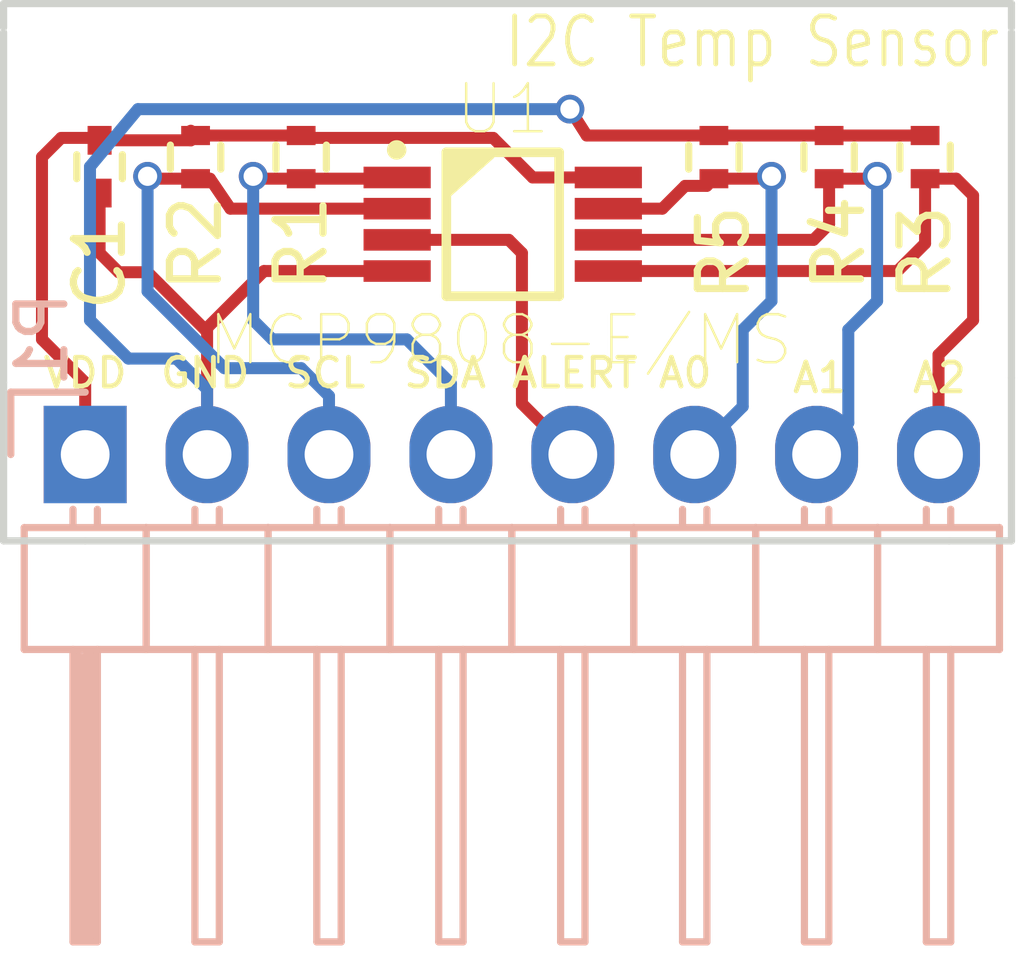
<source format=kicad_pcb>
(kicad_pcb (version 4) (host pcbnew 4.0.4-stable)

  (general
    (links 20)
    (no_connects 0)
    (area 88.425 119.724999 112.275001 140.075001)
    (thickness 1.6)
    (drawings 19)
    (tracks 95)
    (zones 0)
    (modules 8)
    (nets 9)
  )

  (page A4)
  (layers
    (0 F.Cu signal)
    (31 B.Cu signal)
    (32 B.Adhes user hide)
    (33 F.Adhes user hide)
    (34 B.Paste user hide)
    (35 F.Paste user)
    (36 B.SilkS user hide)
    (37 F.SilkS user hide)
    (38 B.Mask user)
    (39 F.Mask user)
    (40 Dwgs.User user hide)
    (41 Cmts.User user hide)
    (42 Eco1.User user hide)
    (43 Eco2.User user hide)
    (44 Edge.Cuts user)
    (45 Margin user hide)
    (46 B.CrtYd user hide)
    (47 F.CrtYd user hide)
    (48 B.Fab user hide)
    (49 F.Fab user hide)
  )

  (setup
    (last_trace_width 0.25)
    (trace_clearance 0.2)
    (zone_clearance 0.508)
    (zone_45_only no)
    (trace_min 0.2)
    (segment_width 0.2)
    (edge_width 0.15)
    (via_size 0.6)
    (via_drill 0.4)
    (via_min_size 0.4)
    (via_min_drill 0.3)
    (uvia_size 0.3)
    (uvia_drill 0.1)
    (uvias_allowed no)
    (uvia_min_size 0.2)
    (uvia_min_drill 0.1)
    (pcb_text_width 0.3)
    (pcb_text_size 1.5 1.5)
    (mod_edge_width 0.15)
    (mod_text_size 1 1)
    (mod_text_width 0.15)
    (pad_size 1.524 1.524)
    (pad_drill 1)
    (pad_to_mask_clearance 0.2)
    (aux_axis_origin 0 0)
    (visible_elements FFFEFF7F)
    (pcbplotparams
      (layerselection 0x00008_00000000)
      (usegerberextensions false)
      (excludeedgelayer true)
      (linewidth 0.100000)
      (plotframeref false)
      (viasonmask false)
      (mode 1)
      (useauxorigin false)
      (hpglpennumber 1)
      (hpglpenspeed 20)
      (hpglpendiameter 15)
      (hpglpenoverlay 2)
      (psnegative false)
      (psa4output false)
      (plotreference true)
      (plotvalue true)
      (plotinvisibletext false)
      (padsonsilk true)
      (subtractmaskfromsilk false)
      (outputformat 1)
      (mirror false)
      (drillshape 0)
      (scaleselection 1)
      (outputdirectory Gerber/))
  )

  (net 0 "")
  (net 1 VDD)
  (net 2 GND)
  (net 3 SCL)
  (net 4 SDA)
  (net 5 ALERT)
  (net 6 A0)
  (net 7 A1)
  (net 8 A2)

  (net_class Default "This is the default net class."
    (clearance 0.2)
    (trace_width 0.25)
    (via_dia 0.6)
    (via_drill 0.4)
    (uvia_dia 0.3)
    (uvia_drill 0.1)
    (add_net A0)
    (add_net A1)
    (add_net A2)
    (add_net ALERT)
    (add_net GND)
    (add_net SCL)
    (add_net SDA)
    (add_net VDD)
  )

  (module Pin_Headers:Pin_Header_Angled_1x08 (layer B.Cu) (tedit 583CB449) (tstamp 583BB1AD)
    (at 92.5 129.2 270)
    (descr "Through hole pin header")
    (tags "pin header")
    (path /583BA9E7)
    (fp_text reference P1 (at -2.4 0.9 270) (layer B.SilkS)
      (effects (font (size 1 1) (thickness 0.15)) (justify mirror))
    )
    (fp_text value CONN_01X08 (at 0 3.1 270) (layer B.Fab)
      (effects (font (size 1 1) (thickness 0.15)) (justify mirror))
    )
    (fp_line (start -1.5 1.75) (end -1.5 -19.55) (layer B.CrtYd) (width 0.05))
    (fp_line (start 10.65 1.75) (end 10.65 -19.55) (layer B.CrtYd) (width 0.05))
    (fp_line (start -1.5 1.75) (end 10.65 1.75) (layer B.CrtYd) (width 0.05))
    (fp_line (start -1.5 -19.55) (end 10.65 -19.55) (layer B.CrtYd) (width 0.05))
    (fp_line (start -1.3 1.55) (end -1.3 0) (layer B.SilkS) (width 0.15))
    (fp_line (start 0 1.55) (end -1.3 1.55) (layer B.SilkS) (width 0.15))
    (fp_line (start 4.191 0.127) (end 10.033 0.127) (layer B.SilkS) (width 0.15))
    (fp_line (start 10.033 0.127) (end 10.033 -0.127) (layer B.SilkS) (width 0.15))
    (fp_line (start 10.033 -0.127) (end 4.191 -0.127) (layer B.SilkS) (width 0.15))
    (fp_line (start 4.191 -0.127) (end 4.191 0) (layer B.SilkS) (width 0.15))
    (fp_line (start 4.191 0) (end 10.033 0) (layer B.SilkS) (width 0.15))
    (fp_line (start 1.524 -17.526) (end 1.143 -17.526) (layer B.SilkS) (width 0.15))
    (fp_line (start 1.524 -18.034) (end 1.143 -18.034) (layer B.SilkS) (width 0.15))
    (fp_line (start 1.524 0.254) (end 1.143 0.254) (layer B.SilkS) (width 0.15))
    (fp_line (start 1.524 -0.254) (end 1.143 -0.254) (layer B.SilkS) (width 0.15))
    (fp_line (start 1.524 -2.286) (end 1.143 -2.286) (layer B.SilkS) (width 0.15))
    (fp_line (start 1.524 -2.794) (end 1.143 -2.794) (layer B.SilkS) (width 0.15))
    (fp_line (start 1.524 -4.826) (end 1.143 -4.826) (layer B.SilkS) (width 0.15))
    (fp_line (start 1.524 -5.334) (end 1.143 -5.334) (layer B.SilkS) (width 0.15))
    (fp_line (start 1.524 -15.494) (end 1.143 -15.494) (layer B.SilkS) (width 0.15))
    (fp_line (start 1.524 -14.986) (end 1.143 -14.986) (layer B.SilkS) (width 0.15))
    (fp_line (start 1.524 -12.954) (end 1.143 -12.954) (layer B.SilkS) (width 0.15))
    (fp_line (start 1.524 -12.446) (end 1.143 -12.446) (layer B.SilkS) (width 0.15))
    (fp_line (start 1.524 -10.414) (end 1.143 -10.414) (layer B.SilkS) (width 0.15))
    (fp_line (start 1.524 -9.906) (end 1.143 -9.906) (layer B.SilkS) (width 0.15))
    (fp_line (start 1.524 -7.874) (end 1.143 -7.874) (layer B.SilkS) (width 0.15))
    (fp_line (start 1.524 -7.366) (end 1.143 -7.366) (layer B.SilkS) (width 0.15))
    (fp_line (start 1.524 -13.97) (end 4.064 -13.97) (layer B.SilkS) (width 0.15))
    (fp_line (start 1.524 -13.97) (end 1.524 -16.51) (layer B.SilkS) (width 0.15))
    (fp_line (start 1.524 -16.51) (end 4.064 -16.51) (layer B.SilkS) (width 0.15))
    (fp_line (start 4.064 -14.986) (end 10.16 -14.986) (layer B.SilkS) (width 0.15))
    (fp_line (start 10.16 -14.986) (end 10.16 -15.494) (layer B.SilkS) (width 0.15))
    (fp_line (start 10.16 -15.494) (end 4.064 -15.494) (layer B.SilkS) (width 0.15))
    (fp_line (start 4.064 -16.51) (end 4.064 -13.97) (layer B.SilkS) (width 0.15))
    (fp_line (start 4.064 -19.05) (end 4.064 -16.51) (layer B.SilkS) (width 0.15))
    (fp_line (start 10.16 -18.034) (end 4.064 -18.034) (layer B.SilkS) (width 0.15))
    (fp_line (start 10.16 -17.526) (end 10.16 -18.034) (layer B.SilkS) (width 0.15))
    (fp_line (start 4.064 -17.526) (end 10.16 -17.526) (layer B.SilkS) (width 0.15))
    (fp_line (start 1.524 -16.51) (end 1.524 -19.05) (layer B.SilkS) (width 0.15))
    (fp_line (start 1.524 -16.51) (end 4.064 -16.51) (layer B.SilkS) (width 0.15))
    (fp_line (start 1.524 -19.05) (end 4.064 -19.05) (layer B.SilkS) (width 0.15))
    (fp_line (start 1.524 1.27) (end 4.064 1.27) (layer B.SilkS) (width 0.15))
    (fp_line (start 1.524 -1.27) (end 4.064 -1.27) (layer B.SilkS) (width 0.15))
    (fp_line (start 1.524 -1.27) (end 1.524 -3.81) (layer B.SilkS) (width 0.15))
    (fp_line (start 1.524 -3.81) (end 4.064 -3.81) (layer B.SilkS) (width 0.15))
    (fp_line (start 4.064 -2.286) (end 10.16 -2.286) (layer B.SilkS) (width 0.15))
    (fp_line (start 10.16 -2.286) (end 10.16 -2.794) (layer B.SilkS) (width 0.15))
    (fp_line (start 10.16 -2.794) (end 4.064 -2.794) (layer B.SilkS) (width 0.15))
    (fp_line (start 4.064 -3.81) (end 4.064 -1.27) (layer B.SilkS) (width 0.15))
    (fp_line (start 4.064 -1.27) (end 4.064 1.27) (layer B.SilkS) (width 0.15))
    (fp_line (start 10.16 -0.254) (end 4.064 -0.254) (layer B.SilkS) (width 0.15))
    (fp_line (start 10.16 0.254) (end 10.16 -0.254) (layer B.SilkS) (width 0.15))
    (fp_line (start 4.064 0.254) (end 10.16 0.254) (layer B.SilkS) (width 0.15))
    (fp_line (start 1.524 -1.27) (end 4.064 -1.27) (layer B.SilkS) (width 0.15))
    (fp_line (start 1.524 1.27) (end 1.524 -1.27) (layer B.SilkS) (width 0.15))
    (fp_line (start 1.524 -8.89) (end 4.064 -8.89) (layer B.SilkS) (width 0.15))
    (fp_line (start 1.524 -8.89) (end 1.524 -11.43) (layer B.SilkS) (width 0.15))
    (fp_line (start 1.524 -11.43) (end 4.064 -11.43) (layer B.SilkS) (width 0.15))
    (fp_line (start 4.064 -9.906) (end 10.16 -9.906) (layer B.SilkS) (width 0.15))
    (fp_line (start 10.16 -9.906) (end 10.16 -10.414) (layer B.SilkS) (width 0.15))
    (fp_line (start 10.16 -10.414) (end 4.064 -10.414) (layer B.SilkS) (width 0.15))
    (fp_line (start 4.064 -11.43) (end 4.064 -8.89) (layer B.SilkS) (width 0.15))
    (fp_line (start 4.064 -13.97) (end 4.064 -11.43) (layer B.SilkS) (width 0.15))
    (fp_line (start 10.16 -12.954) (end 4.064 -12.954) (layer B.SilkS) (width 0.15))
    (fp_line (start 10.16 -12.446) (end 10.16 -12.954) (layer B.SilkS) (width 0.15))
    (fp_line (start 4.064 -12.446) (end 10.16 -12.446) (layer B.SilkS) (width 0.15))
    (fp_line (start 1.524 -13.97) (end 4.064 -13.97) (layer B.SilkS) (width 0.15))
    (fp_line (start 1.524 -11.43) (end 1.524 -13.97) (layer B.SilkS) (width 0.15))
    (fp_line (start 1.524 -11.43) (end 4.064 -11.43) (layer B.SilkS) (width 0.15))
    (fp_line (start 1.524 -6.35) (end 4.064 -6.35) (layer B.SilkS) (width 0.15))
    (fp_line (start 1.524 -6.35) (end 1.524 -8.89) (layer B.SilkS) (width 0.15))
    (fp_line (start 1.524 -8.89) (end 4.064 -8.89) (layer B.SilkS) (width 0.15))
    (fp_line (start 4.064 -7.366) (end 10.16 -7.366) (layer B.SilkS) (width 0.15))
    (fp_line (start 10.16 -7.366) (end 10.16 -7.874) (layer B.SilkS) (width 0.15))
    (fp_line (start 10.16 -7.874) (end 4.064 -7.874) (layer B.SilkS) (width 0.15))
    (fp_line (start 4.064 -8.89) (end 4.064 -6.35) (layer B.SilkS) (width 0.15))
    (fp_line (start 4.064 -6.35) (end 4.064 -3.81) (layer B.SilkS) (width 0.15))
    (fp_line (start 10.16 -5.334) (end 4.064 -5.334) (layer B.SilkS) (width 0.15))
    (fp_line (start 10.16 -4.826) (end 10.16 -5.334) (layer B.SilkS) (width 0.15))
    (fp_line (start 4.064 -4.826) (end 10.16 -4.826) (layer B.SilkS) (width 0.15))
    (fp_line (start 1.524 -6.35) (end 4.064 -6.35) (layer B.SilkS) (width 0.15))
    (fp_line (start 1.524 -3.81) (end 1.524 -6.35) (layer B.SilkS) (width 0.15))
    (fp_line (start 1.524 -3.81) (end 4.064 -3.81) (layer B.SilkS) (width 0.15))
    (pad 1 thru_hole rect (at 0 0 270) (size 2.032 1.7272) (drill 1.016) (layers *.Cu *.Mask)
      (net 1 VDD))
    (pad 2 thru_hole oval (at 0 -2.54 270) (size 2.032 1.7272) (drill 1.016) (layers *.Cu *.Mask)
      (net 2 GND))
    (pad 3 thru_hole oval (at 0 -5.08 270) (size 2.032 1.7272) (drill 1.016) (layers *.Cu *.Mask)
      (net 3 SCL))
    (pad 4 thru_hole oval (at 0 -7.62 270) (size 2.032 1.7272) (drill 1.016) (layers *.Cu *.Mask)
      (net 4 SDA))
    (pad 5 thru_hole oval (at 0 -10.16 270) (size 2.032 1.7272) (drill 1.016) (layers *.Cu *.Mask)
      (net 5 ALERT))
    (pad 6 thru_hole oval (at 0 -12.7 270) (size 2.032 1.7272) (drill 1.016) (layers *.Cu *.Mask)
      (net 6 A0))
    (pad 7 thru_hole oval (at 0 -15.24 270) (size 2.032 1.7272) (drill 1.016) (layers *.Cu *.Mask)
      (net 7 A1))
    (pad 8 thru_hole oval (at 0 -17.78 270) (size 2.032 1.7272) (drill 1.016) (layers *.Cu *.Mask)
      (net 8 A2))
    (model Pin_Headers.3dshapes/Pin_Header_Angled_1x08.wrl
      (at (xyz 0 -0.35 0))
      (scale (xyz 1 1 1))
      (rotate (xyz 0 0 90))
    )
  )

  (module MCP9808-E_MS:SOP65P490X110-8N (layer F.Cu) (tedit 583CAA2C) (tstamp 583BA15F)
    (at 101.2 124.4)
    (path /583B81F7)
    (solder_mask_margin 0.1)
    (attr smd)
    (fp_text reference U1 (at 0 -2.4) (layer F.SilkS)
      (effects (font (size 1 1) (thickness 0.05)))
    )
    (fp_text value MCP9808-E/MS (at -0.045 2.415) (layer F.SilkS)
      (effects (font (size 1 1) (thickness 0.05)))
    )
    (fp_line (start -1.175 -1.5) (end -1.175 1.5) (layer F.SilkS) (width 0.2))
    (fp_line (start -1.175 1.5) (end 1.175 1.5) (layer F.SilkS) (width 0.2))
    (fp_line (start 1.175 1.5) (end 1.175 -1.5) (layer F.SilkS) (width 0.2))
    (fp_line (start 1.175 -1.5) (end -1.175 -1.5) (layer F.SilkS) (width 0.2))
    (fp_line (start -3.15 -1.75) (end 3.15 -1.75) (layer Dwgs.User) (width 0.05))
    (fp_line (start 3.15 -1.75) (end 3.15 1.75) (layer Dwgs.User) (width 0.05))
    (fp_line (start 3.15 1.75) (end -3.15 1.75) (layer Dwgs.User) (width 0.05))
    (fp_line (start -3.15 1.75) (end -3.15 -1.75) (layer Dwgs.User) (width 0.05))
    (fp_poly (pts (xy -1.2 -1.5) (xy -1.1 -0.6) (xy -0.2 -1.4)) (layer F.SilkS) (width 0.05))
    (fp_circle (center -2.21 -1.55) (end -2.06858 -1.55) (layer F.SilkS) (width 0.05))
    (fp_circle (center -2.21 -1.55) (end -2.10183 -1.55) (layer F.SilkS) (width 0.05))
    (fp_circle (center -2.21 -1.55) (end -2.12056 -1.55) (layer F.SilkS) (width 0.05))
    (fp_circle (center -2.21 -1.55) (end -2.14292 -1.55) (layer F.SilkS) (width 0.05))
    (fp_circle (center -2.21 -1.55) (end -2.15169 -1.55) (layer F.SilkS) (width 0.05))
    (fp_circle (center -2.2 -1.54) (end -2.16 -1.54) (layer F.SilkS) (width 0.05))
    (fp_circle (center -2.23 -1.57) (end -2.19395 -1.57) (layer F.SilkS) (width 0.05))
    (fp_circle (center -2.21 -1.55) (end -2.03196 -1.55) (layer F.SilkS) (width 0.05))
    (pad 1 smd rect (at -2.2 -0.975) (size 1.4 0.45) (layers F.Cu F.Paste F.Mask)
      (net 4 SDA) (solder_mask_margin 0.2))
    (pad 2 smd rect (at -2.2 -0.325) (size 1.4 0.45) (layers F.Cu F.Paste F.Mask)
      (net 3 SCL) (solder_mask_margin 0.2))
    (pad 3 smd rect (at -2.2 0.325) (size 1.4 0.45) (layers F.Cu F.Paste F.Mask)
      (net 5 ALERT) (solder_mask_margin 0.2))
    (pad 4 smd rect (at -2.2 0.975) (size 1.4 0.45) (layers F.Cu F.Paste F.Mask)
      (net 2 GND) (solder_mask_margin 0.2))
    (pad 5 smd rect (at 2.2 0.975 180) (size 1.4 0.45) (layers F.Cu F.Paste F.Mask)
      (net 8 A2) (solder_mask_margin 0.2))
    (pad 6 smd rect (at 2.2 0.325 180) (size 1.4 0.45) (layers F.Cu F.Paste F.Mask)
      (net 7 A1) (solder_mask_margin 0.2))
    (pad 7 smd rect (at 2.2 -0.325 180) (size 1.4 0.45) (layers F.Cu F.Paste F.Mask)
      (net 6 A0) (solder_mask_margin 0.2))
    (pad 8 smd rect (at 2.2 -0.975 180) (size 1.4 0.45) (layers F.Cu F.Paste F.Mask)
      (net 1 VDD) (solder_mask_margin 0.2))
  )

  (module Resistors_SMD:R_0402 placed (layer F.Cu) (tedit 583CAB10) (tstamp 583BDB46)
    (at 97 123 270)
    (descr "Resistor SMD 0402, reflow soldering, Vishay (see dcrcw.pdf)")
    (tags "resistor 0402")
    (path /583B8314)
    (attr smd)
    (fp_text reference R1 (at 1.8 0 270) (layer F.SilkS)
      (effects (font (size 1 1) (thickness 0.15)))
    )
    (fp_text value 10K (at 0 1.8 270) (layer F.Fab)
      (effects (font (size 1 1) (thickness 0.15)))
    )
    (fp_line (start -0.5 0.25) (end -0.5 -0.25) (layer F.Fab) (width 0.1))
    (fp_line (start 0.5 0.25) (end -0.5 0.25) (layer F.Fab) (width 0.1))
    (fp_line (start 0.5 -0.25) (end 0.5 0.25) (layer F.Fab) (width 0.1))
    (fp_line (start -0.5 -0.25) (end 0.5 -0.25) (layer F.Fab) (width 0.1))
    (fp_line (start -0.95 -0.65) (end 0.95 -0.65) (layer F.CrtYd) (width 0.05))
    (fp_line (start -0.95 0.65) (end 0.95 0.65) (layer F.CrtYd) (width 0.05))
    (fp_line (start -0.95 -0.65) (end -0.95 0.65) (layer F.CrtYd) (width 0.05))
    (fp_line (start 0.95 -0.65) (end 0.95 0.65) (layer F.CrtYd) (width 0.05))
    (fp_line (start 0.25 -0.525) (end -0.25 -0.525) (layer F.SilkS) (width 0.15))
    (fp_line (start -0.25 0.525) (end 0.25 0.525) (layer F.SilkS) (width 0.15))
    (pad 1 smd rect (at -0.45 0 270) (size 0.4 0.6) (layers F.Cu F.Paste F.Mask)
      (net 1 VDD))
    (pad 2 smd rect (at 0.45 0 270) (size 0.4 0.6) (layers F.Cu F.Paste F.Mask)
      (net 4 SDA))
    (model Resistors_SMD.3dshapes/R_0402.wrl
      (at (xyz 0 0 0))
      (scale (xyz 1 1 1))
      (rotate (xyz 0 0 0))
    )
  )

  (module Resistors_SMD:R_0402 placed (layer F.Cu) (tedit 583CAB0E) (tstamp 583BDB55)
    (at 94.8 123 270)
    (descr "Resistor SMD 0402, reflow soldering, Vishay (see dcrcw.pdf)")
    (tags "resistor 0402")
    (path /583B8385)
    (attr smd)
    (fp_text reference R2 (at 1.8 0 270) (layer F.SilkS)
      (effects (font (size 1 1) (thickness 0.15)))
    )
    (fp_text value 10K (at 0 1.8 270) (layer F.Fab)
      (effects (font (size 1 1) (thickness 0.15)))
    )
    (fp_line (start -0.5 0.25) (end -0.5 -0.25) (layer F.Fab) (width 0.1))
    (fp_line (start 0.5 0.25) (end -0.5 0.25) (layer F.Fab) (width 0.1))
    (fp_line (start 0.5 -0.25) (end 0.5 0.25) (layer F.Fab) (width 0.1))
    (fp_line (start -0.5 -0.25) (end 0.5 -0.25) (layer F.Fab) (width 0.1))
    (fp_line (start -0.95 -0.65) (end 0.95 -0.65) (layer F.CrtYd) (width 0.05))
    (fp_line (start -0.95 0.65) (end 0.95 0.65) (layer F.CrtYd) (width 0.05))
    (fp_line (start -0.95 -0.65) (end -0.95 0.65) (layer F.CrtYd) (width 0.05))
    (fp_line (start 0.95 -0.65) (end 0.95 0.65) (layer F.CrtYd) (width 0.05))
    (fp_line (start 0.25 -0.525) (end -0.25 -0.525) (layer F.SilkS) (width 0.15))
    (fp_line (start -0.25 0.525) (end 0.25 0.525) (layer F.SilkS) (width 0.15))
    (pad 1 smd rect (at -0.45 0 270) (size 0.4 0.6) (layers F.Cu F.Paste F.Mask)
      (net 1 VDD))
    (pad 2 smd rect (at 0.45 0 270) (size 0.4 0.6) (layers F.Cu F.Paste F.Mask)
      (net 3 SCL))
    (model Resistors_SMD.3dshapes/R_0402.wrl
      (at (xyz 0 0 0))
      (scale (xyz 1 1 1))
      (rotate (xyz 0 0 0))
    )
  )

  (module Resistors_SMD:R_0402 placed (layer F.Cu) (tedit 583CAB19) (tstamp 583BDB64)
    (at 110 123 270)
    (descr "Resistor SMD 0402, reflow soldering, Vishay (see dcrcw.pdf)")
    (tags "resistor 0402")
    (path /583B83D8)
    (attr smd)
    (fp_text reference R3 (at 2 0 270) (layer F.SilkS)
      (effects (font (size 1 1) (thickness 0.15)))
    )
    (fp_text value 10K (at 0 1.8 270) (layer F.Fab)
      (effects (font (size 1 1) (thickness 0.15)))
    )
    (fp_line (start -0.5 0.25) (end -0.5 -0.25) (layer F.Fab) (width 0.1))
    (fp_line (start 0.5 0.25) (end -0.5 0.25) (layer F.Fab) (width 0.1))
    (fp_line (start 0.5 -0.25) (end 0.5 0.25) (layer F.Fab) (width 0.1))
    (fp_line (start -0.5 -0.25) (end 0.5 -0.25) (layer F.Fab) (width 0.1))
    (fp_line (start -0.95 -0.65) (end 0.95 -0.65) (layer F.CrtYd) (width 0.05))
    (fp_line (start -0.95 0.65) (end 0.95 0.65) (layer F.CrtYd) (width 0.05))
    (fp_line (start -0.95 -0.65) (end -0.95 0.65) (layer F.CrtYd) (width 0.05))
    (fp_line (start 0.95 -0.65) (end 0.95 0.65) (layer F.CrtYd) (width 0.05))
    (fp_line (start 0.25 -0.525) (end -0.25 -0.525) (layer F.SilkS) (width 0.15))
    (fp_line (start -0.25 0.525) (end 0.25 0.525) (layer F.SilkS) (width 0.15))
    (pad 1 smd rect (at -0.45 0 270) (size 0.4 0.6) (layers F.Cu F.Paste F.Mask)
      (net 2 GND))
    (pad 2 smd rect (at 0.45 0 270) (size 0.4 0.6) (layers F.Cu F.Paste F.Mask)
      (net 8 A2))
    (model Resistors_SMD.3dshapes/R_0402.wrl
      (at (xyz 0 0 0))
      (scale (xyz 1 1 1))
      (rotate (xyz 0 0 0))
    )
  )

  (module Resistors_SMD:R_0402 placed (layer F.Cu) (tedit 583CAB16) (tstamp 583BDB73)
    (at 108 123 270)
    (descr "Resistor SMD 0402, reflow soldering, Vishay (see dcrcw.pdf)")
    (tags "resistor 0402")
    (path /583B842C)
    (attr smd)
    (fp_text reference R4 (at 1.8 -0.2 270) (layer F.SilkS)
      (effects (font (size 1 1) (thickness 0.15)))
    )
    (fp_text value 10K (at 0 1.8 270) (layer F.Fab)
      (effects (font (size 1 1) (thickness 0.15)))
    )
    (fp_line (start -0.5 0.25) (end -0.5 -0.25) (layer F.Fab) (width 0.1))
    (fp_line (start 0.5 0.25) (end -0.5 0.25) (layer F.Fab) (width 0.1))
    (fp_line (start 0.5 -0.25) (end 0.5 0.25) (layer F.Fab) (width 0.1))
    (fp_line (start -0.5 -0.25) (end 0.5 -0.25) (layer F.Fab) (width 0.1))
    (fp_line (start -0.95 -0.65) (end 0.95 -0.65) (layer F.CrtYd) (width 0.05))
    (fp_line (start -0.95 0.65) (end 0.95 0.65) (layer F.CrtYd) (width 0.05))
    (fp_line (start -0.95 -0.65) (end -0.95 0.65) (layer F.CrtYd) (width 0.05))
    (fp_line (start 0.95 -0.65) (end 0.95 0.65) (layer F.CrtYd) (width 0.05))
    (fp_line (start 0.25 -0.525) (end -0.25 -0.525) (layer F.SilkS) (width 0.15))
    (fp_line (start -0.25 0.525) (end 0.25 0.525) (layer F.SilkS) (width 0.15))
    (pad 1 smd rect (at -0.45 0 270) (size 0.4 0.6) (layers F.Cu F.Paste F.Mask)
      (net 2 GND))
    (pad 2 smd rect (at 0.45 0 270) (size 0.4 0.6) (layers F.Cu F.Paste F.Mask)
      (net 7 A1))
    (model Resistors_SMD.3dshapes/R_0402.wrl
      (at (xyz 0 0 0))
      (scale (xyz 1 1 1))
      (rotate (xyz 0 0 0))
    )
  )

  (module Resistors_SMD:R_0402 placed (layer F.Cu) (tedit 583CAB1B) (tstamp 583BDB82)
    (at 105.6 123 270)
    (descr "Resistor SMD 0402, reflow soldering, Vishay (see dcrcw.pdf)")
    (tags "resistor 0402")
    (path /583B8485)
    (attr smd)
    (fp_text reference R5 (at 2 -0.2 270) (layer F.SilkS)
      (effects (font (size 1 1) (thickness 0.15)))
    )
    (fp_text value 10K (at 0 1.8 270) (layer F.Fab)
      (effects (font (size 1 1) (thickness 0.15)))
    )
    (fp_line (start -0.5 0.25) (end -0.5 -0.25) (layer F.Fab) (width 0.1))
    (fp_line (start 0.5 0.25) (end -0.5 0.25) (layer F.Fab) (width 0.1))
    (fp_line (start 0.5 -0.25) (end 0.5 0.25) (layer F.Fab) (width 0.1))
    (fp_line (start -0.5 -0.25) (end 0.5 -0.25) (layer F.Fab) (width 0.1))
    (fp_line (start -0.95 -0.65) (end 0.95 -0.65) (layer F.CrtYd) (width 0.05))
    (fp_line (start -0.95 0.65) (end 0.95 0.65) (layer F.CrtYd) (width 0.05))
    (fp_line (start -0.95 -0.65) (end -0.95 0.65) (layer F.CrtYd) (width 0.05))
    (fp_line (start 0.95 -0.65) (end 0.95 0.65) (layer F.CrtYd) (width 0.05))
    (fp_line (start 0.25 -0.525) (end -0.25 -0.525) (layer F.SilkS) (width 0.15))
    (fp_line (start -0.25 0.525) (end 0.25 0.525) (layer F.SilkS) (width 0.15))
    (pad 1 smd rect (at -0.45 0 270) (size 0.4 0.6) (layers F.Cu F.Paste F.Mask)
      (net 2 GND))
    (pad 2 smd rect (at 0.45 0 270) (size 0.4 0.6) (layers F.Cu F.Paste F.Mask)
      (net 6 A0))
    (model Resistors_SMD.3dshapes/R_0402.wrl
      (at (xyz 0 0 0))
      (scale (xyz 1 1 1))
      (rotate (xyz 0 0 0))
    )
  )

  (module Capacitors_SMD:C_0402 placed (layer F.Cu) (tedit 583CAB13) (tstamp 583BDC5B)
    (at 92.8 123.2 270)
    (descr "Capacitor SMD 0402, reflow soldering, AVX (see smccp.pdf)")
    (tags "capacitor 0402")
    (path /583B92D4)
    (attr smd)
    (fp_text reference C1 (at 2 0 270) (layer F.SilkS)
      (effects (font (size 1 1) (thickness 0.15)))
    )
    (fp_text value 1uF (at 0 1.7 270) (layer F.Fab)
      (effects (font (size 1 1) (thickness 0.15)))
    )
    (fp_line (start -0.5 0.25) (end -0.5 -0.25) (layer F.Fab) (width 0.15))
    (fp_line (start 0.5 0.25) (end -0.5 0.25) (layer F.Fab) (width 0.15))
    (fp_line (start 0.5 -0.25) (end 0.5 0.25) (layer F.Fab) (width 0.15))
    (fp_line (start -0.5 -0.25) (end 0.5 -0.25) (layer F.Fab) (width 0.15))
    (fp_line (start -1.15 -0.6) (end 1.15 -0.6) (layer F.CrtYd) (width 0.05))
    (fp_line (start -1.15 0.6) (end 1.15 0.6) (layer F.CrtYd) (width 0.05))
    (fp_line (start -1.15 -0.6) (end -1.15 0.6) (layer F.CrtYd) (width 0.05))
    (fp_line (start 1.15 -0.6) (end 1.15 0.6) (layer F.CrtYd) (width 0.05))
    (fp_line (start 0.25 -0.475) (end -0.25 -0.475) (layer F.SilkS) (width 0.15))
    (fp_line (start -0.25 0.475) (end 0.25 0.475) (layer F.SilkS) (width 0.15))
    (pad 1 smd rect (at -0.55 0 270) (size 0.6 0.5) (layers F.Cu F.Paste F.Mask)
      (net 1 VDD))
    (pad 2 smd rect (at 0.55 0 270) (size 0.6 0.5) (layers F.Cu F.Paste F.Mask)
      (net 2 GND))
    (model Capacitors_SMD.3dshapes/C_0402.wrl
      (at (xyz 0 0 0))
      (scale (xyz 1 1 1))
      (rotate (xyz 0 0 0))
    )
  )

  (gr_text A2 (at 110.3 127.6) (layer F.SilkS)
    (effects (font (size 0.6 0.6) (thickness 0.1)))
  )
  (gr_text A1 (at 107.8 127.6) (layer F.SilkS)
    (effects (font (size 0.6 0.6) (thickness 0.1)))
  )
  (gr_text A0 (at 105 127.5) (layer F.SilkS)
    (effects (font (size 0.6 0.6) (thickness 0.1)))
  )
  (gr_text ALERT (at 102.7 127.5) (layer F.SilkS)
    (effects (font (size 0.6 0.6) (thickness 0.1)))
  )
  (gr_text SDA (at 100 127.5) (layer F.SilkS)
    (effects (font (size 0.6 0.6) (thickness 0.1)))
  )
  (gr_text SCL (at 97.5 127.5) (layer F.SilkS)
    (effects (font (size 0.6 0.6) (thickness 0.1)))
  )
  (gr_text VDD (at 92.5 127.5) (layer F.SilkS)
    (effects (font (size 0.6 0.6) (thickness 0.1)))
  )
  (gr_text GND (at 95 127.5) (layer F.SilkS)
    (effects (font (size 0.6 0.6) (thickness 0.1)))
  )
  (gr_text "I2C Temp Sensor" (at 106.4 120.6) (layer F.SilkS)
    (effects (font (size 1 0.8) (thickness 0.1)))
  )
  (gr_line (start 90.8 119.8) (end 90.8 120.3) (angle 90) (layer Edge.Cuts) (width 0.15))
  (gr_line (start 111.8 119.8) (end 90.8 119.8) (angle 90) (layer Edge.Cuts) (width 0.15))
  (gr_line (start 111.8 120.3) (end 111.8 119.8) (angle 90) (layer Edge.Cuts) (width 0.15))
  (gr_line (start 90.8 120.4) (end 90.8 127.7) (angle 90) (layer Edge.Cuts) (width 0.15))
  (gr_line (start 111.8 127.6) (end 111.8 120.4) (angle 90) (layer Edge.Cuts) (width 0.15))
  (gr_line (start 90.8 131) (end 90.8 127.7) (angle 90) (layer Edge.Cuts) (width 0.15))
  (gr_line (start 92.5 131) (end 90.8 131) (angle 90) (layer Edge.Cuts) (width 0.15))
  (gr_line (start 111.8 131) (end 111.8 127.6) (angle 90) (layer Edge.Cuts) (width 0.15))
  (gr_line (start 110.5 131) (end 111.8 131) (angle 90) (layer Edge.Cuts) (width 0.15))
  (gr_line (start 110.5 131) (end 92.5 131) (angle 90) (layer Edge.Cuts) (width 0.15))

  (segment (start 103.4 123.425) (end 101.825 123.425) (width 0.25) (layer F.Cu) (net 1))
  (segment (start 101.825 123.425) (end 101 122.6) (width 0.25) (layer F.Cu) (net 1) (tstamp 583CB2EB))
  (segment (start 101 122.6) (end 97.05 122.6) (width 0.25) (layer F.Cu) (net 1) (tstamp 583CB2ED))
  (segment (start 97 122.55) (end 94.8 122.55) (width 0.25) (layer F.Cu) (net 1) (tstamp 583CB2F4))
  (segment (start 94.7 122.65) (end 92.8 122.65) (width 0.25) (layer F.Cu) (net 1) (tstamp 583CB2F9))
  (segment (start 92.75 122.6) (end 92 122.6) (width 0.25) (layer F.Cu) (net 1) (tstamp 583CB2FD))
  (segment (start 92.5 127.7) (end 92.5 129.2) (width 0.25) (layer F.Cu) (net 1) (tstamp 583CB30A))
  (segment (start 91.6 126.8) (end 92.5 127.7) (width 0.25) (layer F.Cu) (net 1) (tstamp 583CB308))
  (segment (start 91.6 123) (end 91.6 126.8) (width 0.25) (layer F.Cu) (net 1) (tstamp 583CB305))
  (segment (start 92 122.6) (end 91.6 123) (width 0.25) (layer F.Cu) (net 1) (tstamp 583CB304))
  (segment (start 92.8 122.65) (end 92.75 122.6) (width 0.25) (layer F.Cu) (net 1) (tstamp 583CB2FB))
  (segment (start 94.8 122.55) (end 94.7 122.65) (width 0.25) (layer F.Cu) (net 1) (tstamp 583CB2F7))
  (segment (start 97.05 122.6) (end 97 122.55) (width 0.25) (layer F.Cu) (net 1) (tstamp 583CB2F1))
  (segment (start 92.8 122.65) (end 92.9 122.55) (width 0.25) (layer F.Cu) (net 1) (tstamp 583CB15F))
  (segment (start 92.9 122.55) (end 92.8 122.65) (width 0.25) (layer F.Cu) (net 1) (tstamp 583CB0F5))
  (segment (start 94.7 122.65) (end 94.8 122.55) (width 0.25) (layer F.Cu) (net 1) (tstamp 583CB0E8))
  (segment (start 103.375 123.4) (end 103.4 123.425) (width 0.25) (layer F.Cu) (net 1) (tstamp 583CB025))
  (segment (start 94.7 122.45) (end 94.8 122.55) (width 0.25) (layer F.Cu) (net 1) (tstamp 583CAF26) (status 30))
  (segment (start 95.04 126.6) (end 95.04 129.2) (width 0.25) (layer F.Cu) (net 2) (tstamp 583CB028))
  (segment (start 95.04 129.2) (end 95.04 127.84) (width 0.25) (layer B.Cu) (net 2))
  (segment (start 95.04 127.84) (end 94.4 127.2) (width 0.25) (layer B.Cu) (net 2) (tstamp 583CB112))
  (segment (start 94.4 127.2) (end 93.4 127.2) (width 0.25) (layer B.Cu) (net 2) (tstamp 583CB114))
  (segment (start 93.4 127.2) (end 92.6 126.4) (width 0.25) (layer B.Cu) (net 2) (tstamp 583CB116))
  (segment (start 92.6 126.4) (end 92.6 123.2) (width 0.25) (layer B.Cu) (net 2) (tstamp 583CB119))
  (segment (start 92.6 123.2) (end 93.6 122) (width 0.25) (layer B.Cu) (net 2) (tstamp 583CB11F))
  (segment (start 93.6 122) (end 102.6 122) (width 0.25) (layer B.Cu) (net 2) (tstamp 583CB121))
  (via (at 102.6 122) (size 0.6) (drill 0.4) (layers F.Cu B.Cu) (net 2))
  (segment (start 102.6 122) (end 102.95 122.55) (width 0.25) (layer F.Cu) (net 2) (tstamp 583CB131))
  (segment (start 102.95 122.55) (end 105.6 122.55) (width 0.25) (layer F.Cu) (net 2) (tstamp 583CB132))
  (segment (start 95.04 129.2) (end 95.04 128.44) (width 0.25) (layer B.Cu) (net 2))
  (segment (start 95.04 126.6) (end 95 126.6) (width 0.25) (layer F.Cu) (net 2))
  (segment (start 96.225 125.375) (end 95.04 126.56) (width 0.25) (layer F.Cu) (net 2) (tstamp 583CAF74))
  (segment (start 95.04 126.56) (end 95.04 126.6) (width 0.25) (layer F.Cu) (net 2) (tstamp 583CAF75))
  (segment (start 99 125.375) (end 96.225 125.375) (width 0.25) (layer F.Cu) (net 2))
  (segment (start 95 126.6) (end 93.8 125.4) (width 0.25) (layer F.Cu) (net 2) (tstamp 583CB02A))
  (segment (start 93.8 125.4) (end 93.2 125.4) (width 0.25) (layer F.Cu) (net 2) (tstamp 583CB02B))
  (segment (start 93.2 125.4) (end 92.8 125) (width 0.25) (layer F.Cu) (net 2) (tstamp 583CB02C))
  (segment (start 92.8 125) (end 92.8 123.75) (width 0.25) (layer F.Cu) (net 2) (tstamp 583CB02D) (status 20))
  (segment (start 105.6 122.55) (end 108 122.55) (width 0.25) (layer F.Cu) (net 2) (tstamp 583CB133))
  (segment (start 108 122.55) (end 110 122.55) (width 0.25) (layer F.Cu) (net 2) (tstamp 583CB137))
  (segment (start 107.95 122.6) (end 108 122.55) (width 0.25) (layer F.Cu) (net 2) (tstamp 583CAF4B))
  (segment (start 94.8 123.45) (end 93.85 123.45) (width 0.25) (layer F.Cu) (net 3))
  (segment (start 97.58 127.98) (end 97.58 129.2) (width 0.25) (layer B.Cu) (net 3) (tstamp 583CAFE1))
  (segment (start 97 127.4) (end 97.58 127.98) (width 0.25) (layer B.Cu) (net 3) (tstamp 583CAFE0))
  (segment (start 95.4 127.4) (end 97 127.4) (width 0.25) (layer B.Cu) (net 3) (tstamp 583CAFDE))
  (segment (start 93.8 125.8) (end 95.4 127.4) (width 0.25) (layer B.Cu) (net 3) (tstamp 583CAFDD))
  (segment (start 93.8 123.4) (end 93.8 125.8) (width 0.25) (layer B.Cu) (net 3) (tstamp 583CAFDC))
  (via (at 93.8 123.4) (size 0.6) (drill 0.4) (layers F.Cu B.Cu) (net 3))
  (segment (start 93.85 123.45) (end 93.8 123.4) (width 0.25) (layer F.Cu) (net 3) (tstamp 583CAFDA))
  (segment (start 99 124.075) (end 95.525 124.075) (width 0.25) (layer F.Cu) (net 3))
  (segment (start 95.525 124.075) (end 95.1 123.45) (width 0.25) (layer F.Cu) (net 3) (tstamp 583CAF6C) (status 20))
  (segment (start 95.1 123.45) (end 94.8 123.45) (width 0.25) (layer F.Cu) (net 3) (tstamp 583CAF6D) (status 30))
  (segment (start 97 123.45) (end 96.05 123.45) (width 0.25) (layer F.Cu) (net 4))
  (segment (start 100.12 127.72) (end 100.12 129.2) (width 0.25) (layer B.Cu) (net 4) (tstamp 583CAFD7))
  (segment (start 99.2 126.8) (end 100.12 127.72) (width 0.25) (layer B.Cu) (net 4) (tstamp 583CAFD6))
  (segment (start 96.4 126.8) (end 99.2 126.8) (width 0.25) (layer B.Cu) (net 4) (tstamp 583CAFD5))
  (segment (start 96 126.4) (end 96.4 126.8) (width 0.25) (layer B.Cu) (net 4) (tstamp 583CAFD4))
  (segment (start 96 123.4) (end 96 126.4) (width 0.25) (layer B.Cu) (net 4) (tstamp 583CAFD3))
  (via (at 96 123.4) (size 0.6) (drill 0.4) (layers F.Cu B.Cu) (net 4))
  (segment (start 96.05 123.45) (end 96 123.4) (width 0.25) (layer F.Cu) (net 4) (tstamp 583CAFD1))
  (segment (start 97 123.45) (end 98.975 123.45) (width 0.25) (layer F.Cu) (net 4) (status 10))
  (segment (start 98.975 123.45) (end 99 123.425) (width 0.25) (layer F.Cu) (net 4) (tstamp 583CAF69))
  (segment (start 99 124.725) (end 101.325 124.725) (width 0.25) (layer F.Cu) (net 5))
  (segment (start 101.6 128.14) (end 102.66 129.2) (width 0.25) (layer F.Cu) (net 5) (tstamp 583CAF71))
  (segment (start 101.6 125) (end 101.6 128.14) (width 0.25) (layer F.Cu) (net 5) (tstamp 583CAF70))
  (segment (start 101.325 124.725) (end 101.6 125) (width 0.25) (layer F.Cu) (net 5) (tstamp 583CAF6F))
  (segment (start 105.6 123.45) (end 106.75 123.45) (width 0.25) (layer F.Cu) (net 6))
  (segment (start 106.2 128.2) (end 105.2 129.2) (width 0.25) (layer B.Cu) (net 6) (tstamp 583CAFFA))
  (segment (start 106.2 126.6) (end 106.2 128.2) (width 0.25) (layer B.Cu) (net 6) (tstamp 583CAFF9))
  (segment (start 106.8 126) (end 106.2 126.6) (width 0.25) (layer B.Cu) (net 6) (tstamp 583CAFF8))
  (segment (start 106.8 123.4) (end 106.8 126) (width 0.25) (layer B.Cu) (net 6) (tstamp 583CAFF7))
  (via (at 106.8 123.4) (size 0.6) (drill 0.4) (layers F.Cu B.Cu) (net 6))
  (segment (start 106.75 123.45) (end 106.8 123.4) (width 0.25) (layer F.Cu) (net 6) (tstamp 583CAFF5))
  (segment (start 103.4 124.075) (end 104.525 124.075) (width 0.25) (layer F.Cu) (net 6))
  (segment (start 105 123.6) (end 105.45 123.6) (width 0.25) (layer F.Cu) (net 6) (tstamp 583CAF5A))
  (segment (start 104.525 124.075) (end 105 123.6) (width 0.25) (layer F.Cu) (net 6) (tstamp 583CAF59))
  (segment (start 105.45 123.6) (end 105.6 123.45) (width 0.25) (layer F.Cu) (net 6) (tstamp 583CAF5B))
  (segment (start 108 123.45) (end 108.95 123.45) (width 0.25) (layer F.Cu) (net 7))
  (segment (start 108.4 126.6) (end 108.4 128.54) (width 0.25) (layer B.Cu) (net 7) (tstamp 583CB013))
  (segment (start 109 126) (end 108.4 126.6) (width 0.25) (layer B.Cu) (net 7) (tstamp 583CB012))
  (segment (start 109 123.4) (end 109 126) (width 0.25) (layer B.Cu) (net 7) (tstamp 583CB011))
  (via (at 109 123.4) (size 0.6) (drill 0.4) (layers F.Cu B.Cu) (net 7))
  (segment (start 108.95 123.45) (end 109 123.4) (width 0.25) (layer F.Cu) (net 7) (tstamp 583CB00F))
  (segment (start 108.4 128.54) (end 107.74 129.2) (width 0.25) (layer B.Cu) (net 7) (tstamp 583CB014))
  (segment (start 108 123.45) (end 108 124.4) (width 0.25) (layer F.Cu) (net 7))
  (segment (start 107.675 124.725) (end 103.4 124.725) (width 0.25) (layer F.Cu) (net 7) (tstamp 583CAFF0))
  (segment (start 108 124.4) (end 107.675 124.725) (width 0.25) (layer F.Cu) (net 7) (tstamp 583CAFEF))
  (segment (start 110 123.45) (end 110.65 123.45) (width 0.25) (layer F.Cu) (net 8))
  (segment (start 110.28 127.12) (end 110.28 129.2) (width 0.25) (layer F.Cu) (net 8) (tstamp 583CB038))
  (segment (start 111 126.4) (end 110.28 127.12) (width 0.25) (layer F.Cu) (net 8) (tstamp 583CB037))
  (segment (start 111 123.8) (end 111 126.4) (width 0.25) (layer F.Cu) (net 8) (tstamp 583CB036))
  (segment (start 110.65 123.45) (end 111 123.8) (width 0.25) (layer F.Cu) (net 8) (tstamp 583CB035))
  (segment (start 103.4 125.375) (end 109.425 125.375) (width 0.25) (layer F.Cu) (net 8))
  (segment (start 110 124.8) (end 110 123.45) (width 0.25) (layer F.Cu) (net 8) (tstamp 583CB01E))
  (segment (start 109.425 125.375) (end 110 124.8) (width 0.25) (layer F.Cu) (net 8) (tstamp 583CB01D))

)

</source>
